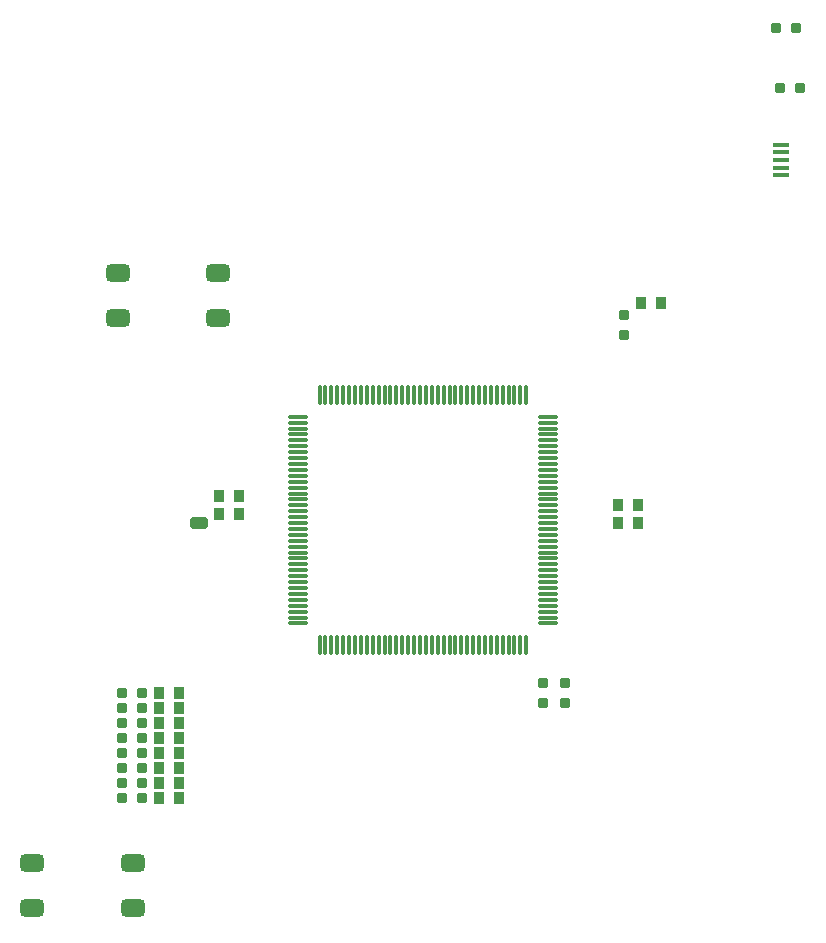
<source format=gtp>
G04*
G04 #@! TF.GenerationSoftware,Altium Limited,Altium Designer,20.0.11 (256)*
G04*
G04 Layer_Color=8421504*
%FSLAX25Y25*%
%MOIN*%
G70*
G01*
G75*
%ADD16R,0.05315X0.01575*%
%ADD17O,0.01181X0.07087*%
%ADD18O,0.07087X0.01181*%
%ADD19R,0.03543X0.03937*%
G04:AMPARAMS|DCode=20|XSize=31.5mil|YSize=31.5mil|CornerRadius=3.94mil|HoleSize=0mil|Usage=FLASHONLY|Rotation=270.000|XOffset=0mil|YOffset=0mil|HoleType=Round|Shape=RoundedRectangle|*
%AMROUNDEDRECTD20*
21,1,0.03150,0.02362,0,0,270.0*
21,1,0.02362,0.03150,0,0,270.0*
1,1,0.00787,-0.01181,-0.01181*
1,1,0.00787,-0.01181,0.01181*
1,1,0.00787,0.01181,0.01181*
1,1,0.00787,0.01181,-0.01181*
%
%ADD20ROUNDEDRECTD20*%
G04:AMPARAMS|DCode=21|XSize=31.5mil|YSize=31.5mil|CornerRadius=3.94mil|HoleSize=0mil|Usage=FLASHONLY|Rotation=180.000|XOffset=0mil|YOffset=0mil|HoleType=Round|Shape=RoundedRectangle|*
%AMROUNDEDRECTD21*
21,1,0.03150,0.02362,0,0,180.0*
21,1,0.02362,0.03150,0,0,180.0*
1,1,0.00787,-0.01181,0.01181*
1,1,0.00787,0.01181,0.01181*
1,1,0.00787,0.01181,-0.01181*
1,1,0.00787,-0.01181,-0.01181*
%
%ADD21ROUNDEDRECTD21*%
G04:AMPARAMS|DCode=22|XSize=78.74mil|YSize=59.06mil|CornerRadius=14.76mil|HoleSize=0mil|Usage=FLASHONLY|Rotation=0.000|XOffset=0mil|YOffset=0mil|HoleType=Round|Shape=RoundedRectangle|*
%AMROUNDEDRECTD22*
21,1,0.07874,0.02953,0,0,0.0*
21,1,0.04921,0.05906,0,0,0.0*
1,1,0.02953,0.02461,-0.01476*
1,1,0.02953,-0.02461,-0.01476*
1,1,0.02953,-0.02461,0.01476*
1,1,0.02953,0.02461,0.01476*
%
%ADD22ROUNDEDRECTD22*%
G04:AMPARAMS|DCode=23|XSize=39.37mil|YSize=59.06mil|CornerRadius=9.84mil|HoleSize=0mil|Usage=FLASHONLY|Rotation=90.000|XOffset=0mil|YOffset=0mil|HoleType=Round|Shape=RoundedRectangle|*
%AMROUNDEDRECTD23*
21,1,0.03937,0.03937,0,0,90.0*
21,1,0.01968,0.05906,0,0,90.0*
1,1,0.01968,0.01968,0.00984*
1,1,0.01968,0.01968,-0.00984*
1,1,0.01968,-0.01968,-0.00984*
1,1,0.01968,-0.01968,0.00984*
%
%ADD23ROUNDEDRECTD23*%
D16*
X255354Y256772D02*
D03*
Y259331D02*
D03*
Y261890D02*
D03*
Y254213D02*
D03*
Y251654D02*
D03*
D17*
X101535Y178307D02*
D03*
X103504D02*
D03*
X105472D02*
D03*
X107441D02*
D03*
X109409D02*
D03*
X111378D02*
D03*
X113347D02*
D03*
X115315D02*
D03*
X117283D02*
D03*
X119252D02*
D03*
X121221D02*
D03*
X123189D02*
D03*
X125157D02*
D03*
X127126D02*
D03*
X129095D02*
D03*
X131063D02*
D03*
X133031D02*
D03*
X135000D02*
D03*
X136969D02*
D03*
X138937D02*
D03*
X140905D02*
D03*
X142874D02*
D03*
X144843D02*
D03*
X146811D02*
D03*
X148779D02*
D03*
X150748D02*
D03*
X152717D02*
D03*
X154685D02*
D03*
X156653D02*
D03*
X158622D02*
D03*
X160591D02*
D03*
X162559D02*
D03*
X164528D02*
D03*
X166496D02*
D03*
X168465D02*
D03*
X170433D02*
D03*
Y95236D02*
D03*
X168465D02*
D03*
X166496D02*
D03*
X164528D02*
D03*
X162559D02*
D03*
X160591D02*
D03*
X158622D02*
D03*
X156653D02*
D03*
X154685D02*
D03*
X152717D02*
D03*
X150748D02*
D03*
X148779D02*
D03*
X146811D02*
D03*
X144843D02*
D03*
X142874D02*
D03*
X140905D02*
D03*
X138937D02*
D03*
X136969D02*
D03*
X135000D02*
D03*
X133031D02*
D03*
X131063D02*
D03*
X129095D02*
D03*
X127126D02*
D03*
X125157D02*
D03*
X123189D02*
D03*
X121221D02*
D03*
X119252D02*
D03*
X117283D02*
D03*
X115315D02*
D03*
X113347D02*
D03*
X111378D02*
D03*
X109409D02*
D03*
X107441D02*
D03*
X105472D02*
D03*
X103504D02*
D03*
X101535D02*
D03*
D18*
X177520Y171221D02*
D03*
Y169252D02*
D03*
Y167283D02*
D03*
Y165315D02*
D03*
Y163347D02*
D03*
Y161378D02*
D03*
Y159409D02*
D03*
Y157441D02*
D03*
Y155472D02*
D03*
Y153504D02*
D03*
Y151535D02*
D03*
Y149567D02*
D03*
Y147598D02*
D03*
Y145630D02*
D03*
Y143661D02*
D03*
Y141693D02*
D03*
Y139724D02*
D03*
Y137756D02*
D03*
Y135787D02*
D03*
Y133819D02*
D03*
Y131850D02*
D03*
Y129882D02*
D03*
Y127913D02*
D03*
Y125945D02*
D03*
Y123976D02*
D03*
Y122008D02*
D03*
Y120039D02*
D03*
Y118071D02*
D03*
Y116102D02*
D03*
Y114134D02*
D03*
Y112165D02*
D03*
Y110197D02*
D03*
Y108228D02*
D03*
Y106260D02*
D03*
Y104291D02*
D03*
Y102323D02*
D03*
X94449D02*
D03*
Y104291D02*
D03*
Y106260D02*
D03*
Y108228D02*
D03*
Y110197D02*
D03*
Y112165D02*
D03*
Y114134D02*
D03*
Y116102D02*
D03*
Y118071D02*
D03*
Y120039D02*
D03*
Y122008D02*
D03*
Y123976D02*
D03*
Y125945D02*
D03*
Y127913D02*
D03*
Y129882D02*
D03*
Y131850D02*
D03*
Y133819D02*
D03*
Y135787D02*
D03*
Y137756D02*
D03*
Y139724D02*
D03*
Y141693D02*
D03*
Y143661D02*
D03*
Y145630D02*
D03*
Y147598D02*
D03*
Y149567D02*
D03*
Y151535D02*
D03*
Y153504D02*
D03*
Y155472D02*
D03*
Y157441D02*
D03*
Y159409D02*
D03*
Y161378D02*
D03*
Y163347D02*
D03*
Y165315D02*
D03*
Y167283D02*
D03*
Y169252D02*
D03*
Y171221D02*
D03*
D19*
X207831Y135772D02*
D03*
X201138D02*
D03*
X207831Y141772D02*
D03*
X201138D02*
D03*
X208638Y209272D02*
D03*
X215331D02*
D03*
X68138Y138772D02*
D03*
X74831D02*
D03*
X68138Y144772D02*
D03*
X74831D02*
D03*
X48051Y44272D02*
D03*
X54744D02*
D03*
X48051Y49272D02*
D03*
X54744D02*
D03*
X48051Y54272D02*
D03*
X54744D02*
D03*
X48051Y59272D02*
D03*
X54744D02*
D03*
X48051Y64272D02*
D03*
X54744D02*
D03*
X48051Y69272D02*
D03*
X54744D02*
D03*
X48051Y74272D02*
D03*
X54744D02*
D03*
X48051Y79272D02*
D03*
X54744D02*
D03*
D20*
X202984Y198425D02*
D03*
Y205118D02*
D03*
X183484Y82618D02*
D03*
Y75925D02*
D03*
X175984Y82618D02*
D03*
Y75925D02*
D03*
D21*
X255138Y280772D02*
D03*
X261831D02*
D03*
X253638Y300772D02*
D03*
X260331D02*
D03*
X35551Y44272D02*
D03*
X42244D02*
D03*
X35551Y49272D02*
D03*
X42244D02*
D03*
X35551Y54272D02*
D03*
X42244D02*
D03*
X35551Y59272D02*
D03*
X42244D02*
D03*
X35551Y64272D02*
D03*
X42244D02*
D03*
X35551Y69272D02*
D03*
X42244D02*
D03*
X35551Y74272D02*
D03*
X42244D02*
D03*
X35551Y79272D02*
D03*
X42244D02*
D03*
D22*
X34252Y219272D02*
D03*
X67716D02*
D03*
X34252Y204272D02*
D03*
X67716D02*
D03*
X5768Y7500D02*
D03*
X39232D02*
D03*
X5768Y22500D02*
D03*
X39232D02*
D03*
D23*
X61484Y135772D02*
D03*
M02*

</source>
